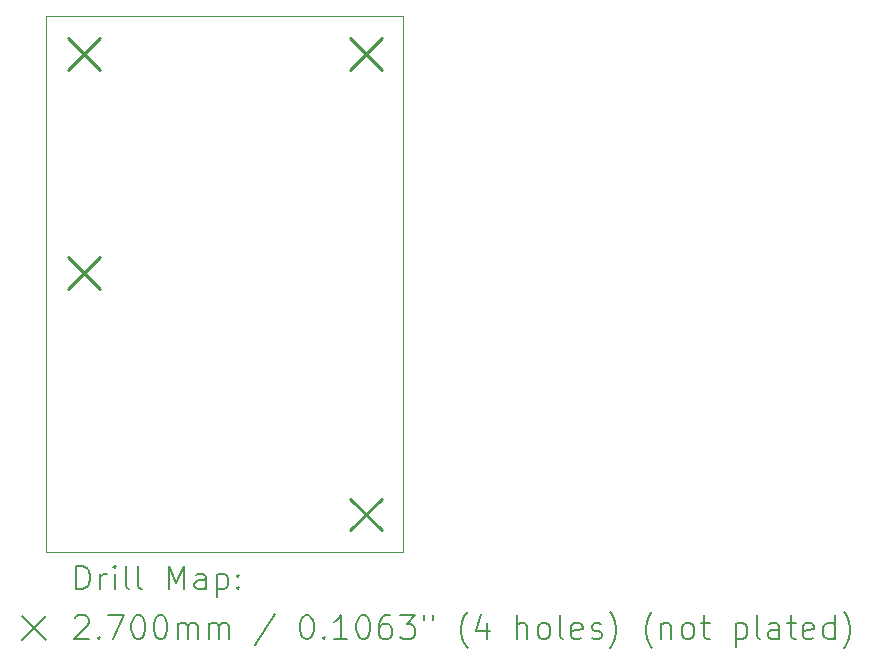
<source format=gbr>
%TF.GenerationSoftware,KiCad,Pcbnew,7.0.5*%
%TF.CreationDate,2024-02-07T02:00:26+01:00*%
%TF.ProjectId,thermometer-hw,74686572-6d6f-46d6-9574-65722d68772e,rev?*%
%TF.SameCoordinates,Original*%
%TF.FileFunction,Drillmap*%
%TF.FilePolarity,Positive*%
%FSLAX45Y45*%
G04 Gerber Fmt 4.5, Leading zero omitted, Abs format (unit mm)*
G04 Created by KiCad (PCBNEW 7.0.5) date 2024-02-07 02:00:26*
%MOMM*%
%LPD*%
G01*
G04 APERTURE LIST*
%ADD10C,0.100000*%
%ADD11C,0.200000*%
%ADD12C,0.270000*%
G04 APERTURE END LIST*
D10*
X6311900Y-3721100D02*
X9334500Y-3721100D01*
X9334500Y-8255000D01*
X6311900Y-8255000D01*
X6311900Y-3721100D01*
D11*
D12*
X6494400Y-3903600D02*
X6764400Y-4173600D01*
X6764400Y-3903600D02*
X6494400Y-4173600D01*
X6494400Y-5757800D02*
X6764400Y-6027800D01*
X6764400Y-5757800D02*
X6494400Y-6027800D01*
X8882000Y-3903600D02*
X9152000Y-4173600D01*
X9152000Y-3903600D02*
X8882000Y-4173600D01*
X8882000Y-7802500D02*
X9152000Y-8072500D01*
X9152000Y-7802500D02*
X8882000Y-8072500D01*
D11*
X6567677Y-8571484D02*
X6567677Y-8371484D01*
X6567677Y-8371484D02*
X6615296Y-8371484D01*
X6615296Y-8371484D02*
X6643867Y-8381008D01*
X6643867Y-8381008D02*
X6662915Y-8400055D01*
X6662915Y-8400055D02*
X6672439Y-8419103D01*
X6672439Y-8419103D02*
X6681962Y-8457198D01*
X6681962Y-8457198D02*
X6681962Y-8485770D01*
X6681962Y-8485770D02*
X6672439Y-8523865D01*
X6672439Y-8523865D02*
X6662915Y-8542912D01*
X6662915Y-8542912D02*
X6643867Y-8561960D01*
X6643867Y-8561960D02*
X6615296Y-8571484D01*
X6615296Y-8571484D02*
X6567677Y-8571484D01*
X6767677Y-8571484D02*
X6767677Y-8438150D01*
X6767677Y-8476246D02*
X6777201Y-8457198D01*
X6777201Y-8457198D02*
X6786724Y-8447674D01*
X6786724Y-8447674D02*
X6805772Y-8438150D01*
X6805772Y-8438150D02*
X6824820Y-8438150D01*
X6891486Y-8571484D02*
X6891486Y-8438150D01*
X6891486Y-8371484D02*
X6881962Y-8381008D01*
X6881962Y-8381008D02*
X6891486Y-8390531D01*
X6891486Y-8390531D02*
X6901010Y-8381008D01*
X6901010Y-8381008D02*
X6891486Y-8371484D01*
X6891486Y-8371484D02*
X6891486Y-8390531D01*
X7015296Y-8571484D02*
X6996248Y-8561960D01*
X6996248Y-8561960D02*
X6986724Y-8542912D01*
X6986724Y-8542912D02*
X6986724Y-8371484D01*
X7120058Y-8571484D02*
X7101010Y-8561960D01*
X7101010Y-8561960D02*
X7091486Y-8542912D01*
X7091486Y-8542912D02*
X7091486Y-8371484D01*
X7348629Y-8571484D02*
X7348629Y-8371484D01*
X7348629Y-8371484D02*
X7415296Y-8514341D01*
X7415296Y-8514341D02*
X7481962Y-8371484D01*
X7481962Y-8371484D02*
X7481962Y-8571484D01*
X7662915Y-8571484D02*
X7662915Y-8466722D01*
X7662915Y-8466722D02*
X7653391Y-8447674D01*
X7653391Y-8447674D02*
X7634343Y-8438150D01*
X7634343Y-8438150D02*
X7596248Y-8438150D01*
X7596248Y-8438150D02*
X7577201Y-8447674D01*
X7662915Y-8561960D02*
X7643867Y-8571484D01*
X7643867Y-8571484D02*
X7596248Y-8571484D01*
X7596248Y-8571484D02*
X7577201Y-8561960D01*
X7577201Y-8561960D02*
X7567677Y-8542912D01*
X7567677Y-8542912D02*
X7567677Y-8523865D01*
X7567677Y-8523865D02*
X7577201Y-8504817D01*
X7577201Y-8504817D02*
X7596248Y-8495293D01*
X7596248Y-8495293D02*
X7643867Y-8495293D01*
X7643867Y-8495293D02*
X7662915Y-8485770D01*
X7758153Y-8438150D02*
X7758153Y-8638150D01*
X7758153Y-8447674D02*
X7777201Y-8438150D01*
X7777201Y-8438150D02*
X7815296Y-8438150D01*
X7815296Y-8438150D02*
X7834343Y-8447674D01*
X7834343Y-8447674D02*
X7843867Y-8457198D01*
X7843867Y-8457198D02*
X7853391Y-8476246D01*
X7853391Y-8476246D02*
X7853391Y-8533389D01*
X7853391Y-8533389D02*
X7843867Y-8552436D01*
X7843867Y-8552436D02*
X7834343Y-8561960D01*
X7834343Y-8561960D02*
X7815296Y-8571484D01*
X7815296Y-8571484D02*
X7777201Y-8571484D01*
X7777201Y-8571484D02*
X7758153Y-8561960D01*
X7939105Y-8552436D02*
X7948629Y-8561960D01*
X7948629Y-8561960D02*
X7939105Y-8571484D01*
X7939105Y-8571484D02*
X7929582Y-8561960D01*
X7929582Y-8561960D02*
X7939105Y-8552436D01*
X7939105Y-8552436D02*
X7939105Y-8571484D01*
X7939105Y-8447674D02*
X7948629Y-8457198D01*
X7948629Y-8457198D02*
X7939105Y-8466722D01*
X7939105Y-8466722D02*
X7929582Y-8457198D01*
X7929582Y-8457198D02*
X7939105Y-8447674D01*
X7939105Y-8447674D02*
X7939105Y-8466722D01*
X6106900Y-8800000D02*
X6306900Y-9000000D01*
X6306900Y-8800000D02*
X6106900Y-9000000D01*
X6558153Y-8810531D02*
X6567677Y-8801008D01*
X6567677Y-8801008D02*
X6586724Y-8791484D01*
X6586724Y-8791484D02*
X6634343Y-8791484D01*
X6634343Y-8791484D02*
X6653391Y-8801008D01*
X6653391Y-8801008D02*
X6662915Y-8810531D01*
X6662915Y-8810531D02*
X6672439Y-8829579D01*
X6672439Y-8829579D02*
X6672439Y-8848627D01*
X6672439Y-8848627D02*
X6662915Y-8877198D01*
X6662915Y-8877198D02*
X6548629Y-8991484D01*
X6548629Y-8991484D02*
X6672439Y-8991484D01*
X6758153Y-8972436D02*
X6767677Y-8981960D01*
X6767677Y-8981960D02*
X6758153Y-8991484D01*
X6758153Y-8991484D02*
X6748629Y-8981960D01*
X6748629Y-8981960D02*
X6758153Y-8972436D01*
X6758153Y-8972436D02*
X6758153Y-8991484D01*
X6834343Y-8791484D02*
X6967677Y-8791484D01*
X6967677Y-8791484D02*
X6881962Y-8991484D01*
X7081962Y-8791484D02*
X7101010Y-8791484D01*
X7101010Y-8791484D02*
X7120058Y-8801008D01*
X7120058Y-8801008D02*
X7129582Y-8810531D01*
X7129582Y-8810531D02*
X7139105Y-8829579D01*
X7139105Y-8829579D02*
X7148629Y-8867674D01*
X7148629Y-8867674D02*
X7148629Y-8915293D01*
X7148629Y-8915293D02*
X7139105Y-8953389D01*
X7139105Y-8953389D02*
X7129582Y-8972436D01*
X7129582Y-8972436D02*
X7120058Y-8981960D01*
X7120058Y-8981960D02*
X7101010Y-8991484D01*
X7101010Y-8991484D02*
X7081962Y-8991484D01*
X7081962Y-8991484D02*
X7062915Y-8981960D01*
X7062915Y-8981960D02*
X7053391Y-8972436D01*
X7053391Y-8972436D02*
X7043867Y-8953389D01*
X7043867Y-8953389D02*
X7034343Y-8915293D01*
X7034343Y-8915293D02*
X7034343Y-8867674D01*
X7034343Y-8867674D02*
X7043867Y-8829579D01*
X7043867Y-8829579D02*
X7053391Y-8810531D01*
X7053391Y-8810531D02*
X7062915Y-8801008D01*
X7062915Y-8801008D02*
X7081962Y-8791484D01*
X7272439Y-8791484D02*
X7291486Y-8791484D01*
X7291486Y-8791484D02*
X7310534Y-8801008D01*
X7310534Y-8801008D02*
X7320058Y-8810531D01*
X7320058Y-8810531D02*
X7329582Y-8829579D01*
X7329582Y-8829579D02*
X7339105Y-8867674D01*
X7339105Y-8867674D02*
X7339105Y-8915293D01*
X7339105Y-8915293D02*
X7329582Y-8953389D01*
X7329582Y-8953389D02*
X7320058Y-8972436D01*
X7320058Y-8972436D02*
X7310534Y-8981960D01*
X7310534Y-8981960D02*
X7291486Y-8991484D01*
X7291486Y-8991484D02*
X7272439Y-8991484D01*
X7272439Y-8991484D02*
X7253391Y-8981960D01*
X7253391Y-8981960D02*
X7243867Y-8972436D01*
X7243867Y-8972436D02*
X7234343Y-8953389D01*
X7234343Y-8953389D02*
X7224820Y-8915293D01*
X7224820Y-8915293D02*
X7224820Y-8867674D01*
X7224820Y-8867674D02*
X7234343Y-8829579D01*
X7234343Y-8829579D02*
X7243867Y-8810531D01*
X7243867Y-8810531D02*
X7253391Y-8801008D01*
X7253391Y-8801008D02*
X7272439Y-8791484D01*
X7424820Y-8991484D02*
X7424820Y-8858150D01*
X7424820Y-8877198D02*
X7434343Y-8867674D01*
X7434343Y-8867674D02*
X7453391Y-8858150D01*
X7453391Y-8858150D02*
X7481963Y-8858150D01*
X7481963Y-8858150D02*
X7501010Y-8867674D01*
X7501010Y-8867674D02*
X7510534Y-8886722D01*
X7510534Y-8886722D02*
X7510534Y-8991484D01*
X7510534Y-8886722D02*
X7520058Y-8867674D01*
X7520058Y-8867674D02*
X7539105Y-8858150D01*
X7539105Y-8858150D02*
X7567677Y-8858150D01*
X7567677Y-8858150D02*
X7586724Y-8867674D01*
X7586724Y-8867674D02*
X7596248Y-8886722D01*
X7596248Y-8886722D02*
X7596248Y-8991484D01*
X7691486Y-8991484D02*
X7691486Y-8858150D01*
X7691486Y-8877198D02*
X7701010Y-8867674D01*
X7701010Y-8867674D02*
X7720058Y-8858150D01*
X7720058Y-8858150D02*
X7748629Y-8858150D01*
X7748629Y-8858150D02*
X7767677Y-8867674D01*
X7767677Y-8867674D02*
X7777201Y-8886722D01*
X7777201Y-8886722D02*
X7777201Y-8991484D01*
X7777201Y-8886722D02*
X7786724Y-8867674D01*
X7786724Y-8867674D02*
X7805772Y-8858150D01*
X7805772Y-8858150D02*
X7834343Y-8858150D01*
X7834343Y-8858150D02*
X7853391Y-8867674D01*
X7853391Y-8867674D02*
X7862915Y-8886722D01*
X7862915Y-8886722D02*
X7862915Y-8991484D01*
X8253391Y-8781960D02*
X8081963Y-9039103D01*
X8510534Y-8791484D02*
X8529582Y-8791484D01*
X8529582Y-8791484D02*
X8548629Y-8801008D01*
X8548629Y-8801008D02*
X8558153Y-8810531D01*
X8558153Y-8810531D02*
X8567677Y-8829579D01*
X8567677Y-8829579D02*
X8577201Y-8867674D01*
X8577201Y-8867674D02*
X8577201Y-8915293D01*
X8577201Y-8915293D02*
X8567677Y-8953389D01*
X8567677Y-8953389D02*
X8558153Y-8972436D01*
X8558153Y-8972436D02*
X8548629Y-8981960D01*
X8548629Y-8981960D02*
X8529582Y-8991484D01*
X8529582Y-8991484D02*
X8510534Y-8991484D01*
X8510534Y-8991484D02*
X8491487Y-8981960D01*
X8491487Y-8981960D02*
X8481963Y-8972436D01*
X8481963Y-8972436D02*
X8472439Y-8953389D01*
X8472439Y-8953389D02*
X8462915Y-8915293D01*
X8462915Y-8915293D02*
X8462915Y-8867674D01*
X8462915Y-8867674D02*
X8472439Y-8829579D01*
X8472439Y-8829579D02*
X8481963Y-8810531D01*
X8481963Y-8810531D02*
X8491487Y-8801008D01*
X8491487Y-8801008D02*
X8510534Y-8791484D01*
X8662915Y-8972436D02*
X8672439Y-8981960D01*
X8672439Y-8981960D02*
X8662915Y-8991484D01*
X8662915Y-8991484D02*
X8653391Y-8981960D01*
X8653391Y-8981960D02*
X8662915Y-8972436D01*
X8662915Y-8972436D02*
X8662915Y-8991484D01*
X8862915Y-8991484D02*
X8748629Y-8991484D01*
X8805772Y-8991484D02*
X8805772Y-8791484D01*
X8805772Y-8791484D02*
X8786725Y-8820055D01*
X8786725Y-8820055D02*
X8767677Y-8839103D01*
X8767677Y-8839103D02*
X8748629Y-8848627D01*
X8986725Y-8791484D02*
X9005772Y-8791484D01*
X9005772Y-8791484D02*
X9024820Y-8801008D01*
X9024820Y-8801008D02*
X9034344Y-8810531D01*
X9034344Y-8810531D02*
X9043868Y-8829579D01*
X9043868Y-8829579D02*
X9053391Y-8867674D01*
X9053391Y-8867674D02*
X9053391Y-8915293D01*
X9053391Y-8915293D02*
X9043868Y-8953389D01*
X9043868Y-8953389D02*
X9034344Y-8972436D01*
X9034344Y-8972436D02*
X9024820Y-8981960D01*
X9024820Y-8981960D02*
X9005772Y-8991484D01*
X9005772Y-8991484D02*
X8986725Y-8991484D01*
X8986725Y-8991484D02*
X8967677Y-8981960D01*
X8967677Y-8981960D02*
X8958153Y-8972436D01*
X8958153Y-8972436D02*
X8948629Y-8953389D01*
X8948629Y-8953389D02*
X8939106Y-8915293D01*
X8939106Y-8915293D02*
X8939106Y-8867674D01*
X8939106Y-8867674D02*
X8948629Y-8829579D01*
X8948629Y-8829579D02*
X8958153Y-8810531D01*
X8958153Y-8810531D02*
X8967677Y-8801008D01*
X8967677Y-8801008D02*
X8986725Y-8791484D01*
X9224820Y-8791484D02*
X9186725Y-8791484D01*
X9186725Y-8791484D02*
X9167677Y-8801008D01*
X9167677Y-8801008D02*
X9158153Y-8810531D01*
X9158153Y-8810531D02*
X9139106Y-8839103D01*
X9139106Y-8839103D02*
X9129582Y-8877198D01*
X9129582Y-8877198D02*
X9129582Y-8953389D01*
X9129582Y-8953389D02*
X9139106Y-8972436D01*
X9139106Y-8972436D02*
X9148629Y-8981960D01*
X9148629Y-8981960D02*
X9167677Y-8991484D01*
X9167677Y-8991484D02*
X9205772Y-8991484D01*
X9205772Y-8991484D02*
X9224820Y-8981960D01*
X9224820Y-8981960D02*
X9234344Y-8972436D01*
X9234344Y-8972436D02*
X9243868Y-8953389D01*
X9243868Y-8953389D02*
X9243868Y-8905770D01*
X9243868Y-8905770D02*
X9234344Y-8886722D01*
X9234344Y-8886722D02*
X9224820Y-8877198D01*
X9224820Y-8877198D02*
X9205772Y-8867674D01*
X9205772Y-8867674D02*
X9167677Y-8867674D01*
X9167677Y-8867674D02*
X9148629Y-8877198D01*
X9148629Y-8877198D02*
X9139106Y-8886722D01*
X9139106Y-8886722D02*
X9129582Y-8905770D01*
X9310534Y-8791484D02*
X9434344Y-8791484D01*
X9434344Y-8791484D02*
X9367677Y-8867674D01*
X9367677Y-8867674D02*
X9396249Y-8867674D01*
X9396249Y-8867674D02*
X9415296Y-8877198D01*
X9415296Y-8877198D02*
X9424820Y-8886722D01*
X9424820Y-8886722D02*
X9434344Y-8905770D01*
X9434344Y-8905770D02*
X9434344Y-8953389D01*
X9434344Y-8953389D02*
X9424820Y-8972436D01*
X9424820Y-8972436D02*
X9415296Y-8981960D01*
X9415296Y-8981960D02*
X9396249Y-8991484D01*
X9396249Y-8991484D02*
X9339106Y-8991484D01*
X9339106Y-8991484D02*
X9320058Y-8981960D01*
X9320058Y-8981960D02*
X9310534Y-8972436D01*
X9510534Y-8791484D02*
X9510534Y-8829579D01*
X9586725Y-8791484D02*
X9586725Y-8829579D01*
X9881963Y-9067674D02*
X9872439Y-9058150D01*
X9872439Y-9058150D02*
X9853391Y-9029579D01*
X9853391Y-9029579D02*
X9843868Y-9010531D01*
X9843868Y-9010531D02*
X9834344Y-8981960D01*
X9834344Y-8981960D02*
X9824820Y-8934341D01*
X9824820Y-8934341D02*
X9824820Y-8896246D01*
X9824820Y-8896246D02*
X9834344Y-8848627D01*
X9834344Y-8848627D02*
X9843868Y-8820055D01*
X9843868Y-8820055D02*
X9853391Y-8801008D01*
X9853391Y-8801008D02*
X9872439Y-8772436D01*
X9872439Y-8772436D02*
X9881963Y-8762912D01*
X10043868Y-8858150D02*
X10043868Y-8991484D01*
X9996249Y-8781960D02*
X9948630Y-8924817D01*
X9948630Y-8924817D02*
X10072439Y-8924817D01*
X10301011Y-8991484D02*
X10301011Y-8791484D01*
X10386725Y-8991484D02*
X10386725Y-8886722D01*
X10386725Y-8886722D02*
X10377201Y-8867674D01*
X10377201Y-8867674D02*
X10358153Y-8858150D01*
X10358153Y-8858150D02*
X10329582Y-8858150D01*
X10329582Y-8858150D02*
X10310534Y-8867674D01*
X10310534Y-8867674D02*
X10301011Y-8877198D01*
X10510534Y-8991484D02*
X10491487Y-8981960D01*
X10491487Y-8981960D02*
X10481963Y-8972436D01*
X10481963Y-8972436D02*
X10472439Y-8953389D01*
X10472439Y-8953389D02*
X10472439Y-8896246D01*
X10472439Y-8896246D02*
X10481963Y-8877198D01*
X10481963Y-8877198D02*
X10491487Y-8867674D01*
X10491487Y-8867674D02*
X10510534Y-8858150D01*
X10510534Y-8858150D02*
X10539106Y-8858150D01*
X10539106Y-8858150D02*
X10558153Y-8867674D01*
X10558153Y-8867674D02*
X10567677Y-8877198D01*
X10567677Y-8877198D02*
X10577201Y-8896246D01*
X10577201Y-8896246D02*
X10577201Y-8953389D01*
X10577201Y-8953389D02*
X10567677Y-8972436D01*
X10567677Y-8972436D02*
X10558153Y-8981960D01*
X10558153Y-8981960D02*
X10539106Y-8991484D01*
X10539106Y-8991484D02*
X10510534Y-8991484D01*
X10691487Y-8991484D02*
X10672439Y-8981960D01*
X10672439Y-8981960D02*
X10662915Y-8962912D01*
X10662915Y-8962912D02*
X10662915Y-8791484D01*
X10843868Y-8981960D02*
X10824820Y-8991484D01*
X10824820Y-8991484D02*
X10786725Y-8991484D01*
X10786725Y-8991484D02*
X10767677Y-8981960D01*
X10767677Y-8981960D02*
X10758153Y-8962912D01*
X10758153Y-8962912D02*
X10758153Y-8886722D01*
X10758153Y-8886722D02*
X10767677Y-8867674D01*
X10767677Y-8867674D02*
X10786725Y-8858150D01*
X10786725Y-8858150D02*
X10824820Y-8858150D01*
X10824820Y-8858150D02*
X10843868Y-8867674D01*
X10843868Y-8867674D02*
X10853392Y-8886722D01*
X10853392Y-8886722D02*
X10853392Y-8905770D01*
X10853392Y-8905770D02*
X10758153Y-8924817D01*
X10929582Y-8981960D02*
X10948630Y-8991484D01*
X10948630Y-8991484D02*
X10986725Y-8991484D01*
X10986725Y-8991484D02*
X11005773Y-8981960D01*
X11005773Y-8981960D02*
X11015296Y-8962912D01*
X11015296Y-8962912D02*
X11015296Y-8953389D01*
X11015296Y-8953389D02*
X11005773Y-8934341D01*
X11005773Y-8934341D02*
X10986725Y-8924817D01*
X10986725Y-8924817D02*
X10958153Y-8924817D01*
X10958153Y-8924817D02*
X10939106Y-8915293D01*
X10939106Y-8915293D02*
X10929582Y-8896246D01*
X10929582Y-8896246D02*
X10929582Y-8886722D01*
X10929582Y-8886722D02*
X10939106Y-8867674D01*
X10939106Y-8867674D02*
X10958153Y-8858150D01*
X10958153Y-8858150D02*
X10986725Y-8858150D01*
X10986725Y-8858150D02*
X11005773Y-8867674D01*
X11081963Y-9067674D02*
X11091487Y-9058150D01*
X11091487Y-9058150D02*
X11110534Y-9029579D01*
X11110534Y-9029579D02*
X11120058Y-9010531D01*
X11120058Y-9010531D02*
X11129582Y-8981960D01*
X11129582Y-8981960D02*
X11139106Y-8934341D01*
X11139106Y-8934341D02*
X11139106Y-8896246D01*
X11139106Y-8896246D02*
X11129582Y-8848627D01*
X11129582Y-8848627D02*
X11120058Y-8820055D01*
X11120058Y-8820055D02*
X11110534Y-8801008D01*
X11110534Y-8801008D02*
X11091487Y-8772436D01*
X11091487Y-8772436D02*
X11081963Y-8762912D01*
X11443868Y-9067674D02*
X11434344Y-9058150D01*
X11434344Y-9058150D02*
X11415296Y-9029579D01*
X11415296Y-9029579D02*
X11405772Y-9010531D01*
X11405772Y-9010531D02*
X11396249Y-8981960D01*
X11396249Y-8981960D02*
X11386725Y-8934341D01*
X11386725Y-8934341D02*
X11386725Y-8896246D01*
X11386725Y-8896246D02*
X11396249Y-8848627D01*
X11396249Y-8848627D02*
X11405772Y-8820055D01*
X11405772Y-8820055D02*
X11415296Y-8801008D01*
X11415296Y-8801008D02*
X11434344Y-8772436D01*
X11434344Y-8772436D02*
X11443868Y-8762912D01*
X11520058Y-8858150D02*
X11520058Y-8991484D01*
X11520058Y-8877198D02*
X11529582Y-8867674D01*
X11529582Y-8867674D02*
X11548630Y-8858150D01*
X11548630Y-8858150D02*
X11577201Y-8858150D01*
X11577201Y-8858150D02*
X11596249Y-8867674D01*
X11596249Y-8867674D02*
X11605772Y-8886722D01*
X11605772Y-8886722D02*
X11605772Y-8991484D01*
X11729582Y-8991484D02*
X11710534Y-8981960D01*
X11710534Y-8981960D02*
X11701011Y-8972436D01*
X11701011Y-8972436D02*
X11691487Y-8953389D01*
X11691487Y-8953389D02*
X11691487Y-8896246D01*
X11691487Y-8896246D02*
X11701011Y-8877198D01*
X11701011Y-8877198D02*
X11710534Y-8867674D01*
X11710534Y-8867674D02*
X11729582Y-8858150D01*
X11729582Y-8858150D02*
X11758153Y-8858150D01*
X11758153Y-8858150D02*
X11777201Y-8867674D01*
X11777201Y-8867674D02*
X11786725Y-8877198D01*
X11786725Y-8877198D02*
X11796249Y-8896246D01*
X11796249Y-8896246D02*
X11796249Y-8953389D01*
X11796249Y-8953389D02*
X11786725Y-8972436D01*
X11786725Y-8972436D02*
X11777201Y-8981960D01*
X11777201Y-8981960D02*
X11758153Y-8991484D01*
X11758153Y-8991484D02*
X11729582Y-8991484D01*
X11853392Y-8858150D02*
X11929582Y-8858150D01*
X11881963Y-8791484D02*
X11881963Y-8962912D01*
X11881963Y-8962912D02*
X11891487Y-8981960D01*
X11891487Y-8981960D02*
X11910534Y-8991484D01*
X11910534Y-8991484D02*
X11929582Y-8991484D01*
X12148630Y-8858150D02*
X12148630Y-9058150D01*
X12148630Y-8867674D02*
X12167677Y-8858150D01*
X12167677Y-8858150D02*
X12205773Y-8858150D01*
X12205773Y-8858150D02*
X12224820Y-8867674D01*
X12224820Y-8867674D02*
X12234344Y-8877198D01*
X12234344Y-8877198D02*
X12243868Y-8896246D01*
X12243868Y-8896246D02*
X12243868Y-8953389D01*
X12243868Y-8953389D02*
X12234344Y-8972436D01*
X12234344Y-8972436D02*
X12224820Y-8981960D01*
X12224820Y-8981960D02*
X12205773Y-8991484D01*
X12205773Y-8991484D02*
X12167677Y-8991484D01*
X12167677Y-8991484D02*
X12148630Y-8981960D01*
X12358153Y-8991484D02*
X12339106Y-8981960D01*
X12339106Y-8981960D02*
X12329582Y-8962912D01*
X12329582Y-8962912D02*
X12329582Y-8791484D01*
X12520058Y-8991484D02*
X12520058Y-8886722D01*
X12520058Y-8886722D02*
X12510534Y-8867674D01*
X12510534Y-8867674D02*
X12491487Y-8858150D01*
X12491487Y-8858150D02*
X12453392Y-8858150D01*
X12453392Y-8858150D02*
X12434344Y-8867674D01*
X12520058Y-8981960D02*
X12501011Y-8991484D01*
X12501011Y-8991484D02*
X12453392Y-8991484D01*
X12453392Y-8991484D02*
X12434344Y-8981960D01*
X12434344Y-8981960D02*
X12424820Y-8962912D01*
X12424820Y-8962912D02*
X12424820Y-8943865D01*
X12424820Y-8943865D02*
X12434344Y-8924817D01*
X12434344Y-8924817D02*
X12453392Y-8915293D01*
X12453392Y-8915293D02*
X12501011Y-8915293D01*
X12501011Y-8915293D02*
X12520058Y-8905770D01*
X12586725Y-8858150D02*
X12662915Y-8858150D01*
X12615296Y-8791484D02*
X12615296Y-8962912D01*
X12615296Y-8962912D02*
X12624820Y-8981960D01*
X12624820Y-8981960D02*
X12643868Y-8991484D01*
X12643868Y-8991484D02*
X12662915Y-8991484D01*
X12805773Y-8981960D02*
X12786725Y-8991484D01*
X12786725Y-8991484D02*
X12748630Y-8991484D01*
X12748630Y-8991484D02*
X12729582Y-8981960D01*
X12729582Y-8981960D02*
X12720058Y-8962912D01*
X12720058Y-8962912D02*
X12720058Y-8886722D01*
X12720058Y-8886722D02*
X12729582Y-8867674D01*
X12729582Y-8867674D02*
X12748630Y-8858150D01*
X12748630Y-8858150D02*
X12786725Y-8858150D01*
X12786725Y-8858150D02*
X12805773Y-8867674D01*
X12805773Y-8867674D02*
X12815296Y-8886722D01*
X12815296Y-8886722D02*
X12815296Y-8905770D01*
X12815296Y-8905770D02*
X12720058Y-8924817D01*
X12986725Y-8991484D02*
X12986725Y-8791484D01*
X12986725Y-8981960D02*
X12967677Y-8991484D01*
X12967677Y-8991484D02*
X12929582Y-8991484D01*
X12929582Y-8991484D02*
X12910534Y-8981960D01*
X12910534Y-8981960D02*
X12901011Y-8972436D01*
X12901011Y-8972436D02*
X12891487Y-8953389D01*
X12891487Y-8953389D02*
X12891487Y-8896246D01*
X12891487Y-8896246D02*
X12901011Y-8877198D01*
X12901011Y-8877198D02*
X12910534Y-8867674D01*
X12910534Y-8867674D02*
X12929582Y-8858150D01*
X12929582Y-8858150D02*
X12967677Y-8858150D01*
X12967677Y-8858150D02*
X12986725Y-8867674D01*
X13062915Y-9067674D02*
X13072439Y-9058150D01*
X13072439Y-9058150D02*
X13091487Y-9029579D01*
X13091487Y-9029579D02*
X13101011Y-9010531D01*
X13101011Y-9010531D02*
X13110534Y-8981960D01*
X13110534Y-8981960D02*
X13120058Y-8934341D01*
X13120058Y-8934341D02*
X13120058Y-8896246D01*
X13120058Y-8896246D02*
X13110534Y-8848627D01*
X13110534Y-8848627D02*
X13101011Y-8820055D01*
X13101011Y-8820055D02*
X13091487Y-8801008D01*
X13091487Y-8801008D02*
X13072439Y-8772436D01*
X13072439Y-8772436D02*
X13062915Y-8762912D01*
M02*

</source>
